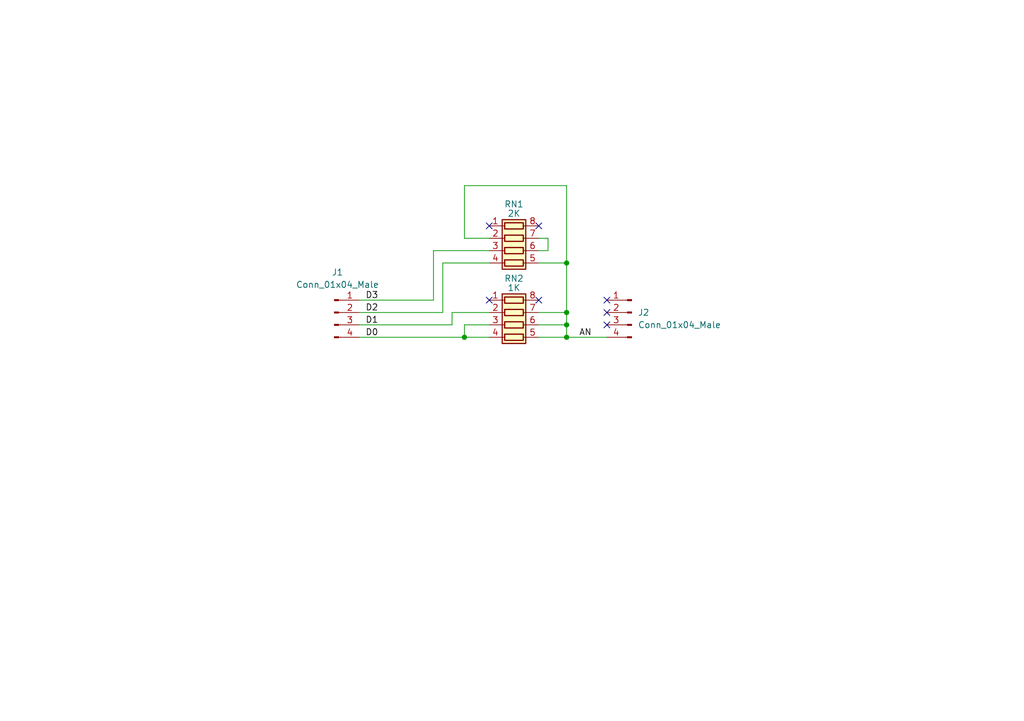
<source format=kicad_sch>
(kicad_sch (version 20211123) (generator eeschema)
  (paper "A5")
  (title_block (title "4-Bit Resistor DAC") (date "2022-11-12") (rev "1.0") (company "Will Schoenfeld"))
  (lib_symbols
    (symbol "Connector:Conn_01x04_Male" (pin_names (offset 1.016) hide)
      (property "Reference" "J" (at 0 5.08 0))
      (property "Value" "Conn_01x04_Male" (at 0 -7.62 0))
      (symbol "Conn_01x04_Male_1_1"
        (polyline (pts (xy 1.27 -5.08) (xy 0.8636 -5.08)) (stroke (width 0.1524)))
        (polyline (pts (xy 1.27 -2.54) (xy 0.8636 -2.54)) (stroke (width 0.1524)))
        (polyline (pts (xy 1.27 0) (xy 0.8636 0)) (stroke (width 0.1524)))
        (polyline (pts (xy 1.27 2.54) (xy 0.8636 2.54)) (stroke (width 0.1524)))
        (rectangle (start 0.8636 -4.953) (end 0 -5.207) (stroke (width 0.1524)) (fill (type outline)))
        (rectangle (start 0.8636 -2.413) (end 0 -2.667) (stroke (width 0.1524)) (fill (type outline)))
        (rectangle (start 0.8636 0.127) (end 0 -0.127) (stroke (width 0.1524)) (fill (type outline)))
        (rectangle (start 0.8636 2.667) (end 0 2.413) (stroke (width 0.1524)) (fill (type outline)))
        (pin passive line (at 5.08 2.54 180) (length 3.81) (name "Pin_1") (number "1"))
        (pin passive line (at 5.08 0 180) (length 3.81) (name "Pin_2") (number "2"))
        (pin passive line (at 5.08 -2.54 180) (length 3.81) (name "Pin_3") (number "3"))
        (pin passive line (at 5.08 -5.08 180) (length 3.81) (name "Pin_4") (number "4"))
      )
    )
    (symbol "Device:R_Pack04" (pin_names (offset 0) hide)
      (property "Reference" "RN" (at -7.62 0 90))
      (property "Value" "R_Pack04" (at 5.08 0 90))
      (symbol "R_Pack04_0_1"
        (rectangle (start -6.35 -2.413) (end 3.81 2.413) (stroke (width 0.254)) (fill (type background)))
        (rectangle (start -5.715 1.905) (end -4.445 -1.905) (stroke (width 0.254)))
        (rectangle (start -3.175 1.905) (end -1.905 -1.905) (stroke (width 0.254)))
        (rectangle (start -0.635 1.905) (end 0.635 -1.905) (stroke (width 0.254)))
        (polyline (pts (xy -5.08 -2.54) (xy -5.08 -1.905)))
        (polyline (pts (xy -5.08 1.905) (xy -5.08 2.54)))
        (polyline (pts (xy -2.54 -2.54) (xy -2.54 -1.905)))
        (polyline (pts (xy -2.54 1.905) (xy -2.54 2.54)))
        (polyline (pts (xy 0 -2.54) (xy 0 -1.905)))
        (polyline (pts (xy 0 1.905) (xy 0 2.54)))
        (polyline (pts (xy 2.54 -2.54) (xy 2.54 -1.905)))
        (polyline (pts (xy 2.54 1.905) (xy 2.54 2.54)))
        (rectangle (start 1.905 1.905) (end 3.175 -1.905) (stroke (width 0.254)))
      )
      (symbol "R_Pack04_1_1"
        (pin passive line (at -5.08 -5.08 90) (length 2.54) (name "R1.1") (number "1"))
        (pin passive line (at -2.54 -5.08 90) (length 2.54) (name "R2.1") (number "2"))
        (pin passive line (at 0 -5.08 90) (length 2.54) (name "R3.1") (number "3"))
        (pin passive line (at 2.54 -5.08 90) (length 2.54) (name "R4.1") (number "4"))
        (pin passive line (at 2.54 5.08 270) (length 2.54) (name "R4.2") (number "5"))
        (pin passive line (at 0 5.08 270) (length 2.54) (name "R3.2") (number "6"))
        (pin passive line (at -2.54 5.08 270) (length 2.54) (name "R2.2") (number "7"))
        (pin passive line (at -5.08 5.08 270) (length 2.54) (name "R1.2") (number "8"))
      )
    )
  )
  (junction (at 116.205 64.135))
  (junction (at 116.205 66.675))
  (junction (at 95.25 69.215))
  (junction (at 116.205 53.975))
  (junction (at 116.205 69.215))
  (no_connect (at 124.46 61.595))
  (no_connect (at 124.46 66.675))
  (no_connect (at 124.46 64.135))
  (no_connect (at 110.49 46.355))
  (no_connect (at 100.33 46.355))
  (no_connect (at 110.49 61.595))
  (no_connect (at 100.33 61.595))
  (wire (pts (xy 116.205 64.135) (xy 116.205 66.675)))
  (wire (pts (xy 73.66 61.595) (xy 88.9 61.595)))
  (wire (pts (xy 116.205 38.1) (xy 116.205 53.975)))
  (wire (pts (xy 88.9 51.435) (xy 100.33 51.435)))
  (wire (pts (xy 95.25 48.895) (xy 95.25 38.1)))
  (wire (pts (xy 100.33 53.975) (xy 90.805 53.975)))
  (wire (pts (xy 73.66 66.675) (xy 92.71 66.675)))
  (wire (pts (xy 95.25 66.675) (xy 95.25 69.215)))
  (wire (pts (xy 100.33 66.675) (xy 95.25 66.675)))
  (wire (pts (xy 110.49 69.215) (xy 116.205 69.215)))
  (wire (pts (xy 116.205 66.675) (xy 116.205 69.215)))
  (wire (pts (xy 73.66 69.215) (xy 95.25 69.215)))
  (wire (pts (xy 110.49 66.675) (xy 116.205 66.675)))
  (wire (pts (xy 88.9 61.595) (xy 88.9 51.435)))
  (wire (pts (xy 112.395 51.435) (xy 112.395 48.895)))
  (wire (pts (xy 110.49 64.135) (xy 116.205 64.135)))
  (wire (pts (xy 116.205 53.975) (xy 116.205 64.135)))
  (wire (pts (xy 95.25 38.1) (xy 116.205 38.1)))
  (wire (pts (xy 110.49 53.975) (xy 116.205 53.975)))
  (wire (pts (xy 95.25 69.215) (xy 100.33 69.215)))
  (wire (pts (xy 92.71 66.675) (xy 92.71 64.135)))
  (wire (pts (xy 90.805 53.975) (xy 90.805 64.135)))
  (wire (pts (xy 90.805 64.135) (xy 73.66 64.135)))
  (wire (pts (xy 110.49 51.435) (xy 112.395 51.435)))
  (wire (pts (xy 110.49 48.895) (xy 112.395 48.895)))
  (wire (pts (xy 92.71 64.135) (xy 100.33 64.135)))
  (wire (pts (xy 100.33 48.895) (xy 95.25 48.895)))
  (wire (pts (xy 116.205 69.215) (xy 124.46 69.215)))
  (label "D0" (at 74.93 69.215 0))
  (label "D1" (at 74.93 66.675 0))
  (label "AN" (at 118.745 69.215 0))
  (label "D3" (at 74.93 61.595 0))
  (label "D2" (at 74.93 64.135 0))
  (symbol (lib_id "Device:R_Pack04") (at 105.41 66.675 270) (unit 1)
    (property "Reference" "RN2" (at 105.41 57.15 90))
    (property "Value" "1K" (at 105.41 59.055 90))
    (property "Footprint" "Resistor_SMD:R_Array_Convex_4x0603" (effects hide))
  )
  (symbol (lib_id "Device:R_Pack04") (at 105.41 51.435 270) (unit 1)
    (property "Reference" "RN1" (at 105.41 41.91 90))
    (property "Value" "2K" (at 105.41 43.815 90))
    (property "Footprint" "Resistor_SMD:R_Array_Convex_4x0603" (effects hide))
  )
  (symbol (lib_id "Connector:Conn_01x04_Male") (at 129.54 64.135 0) (mirror y) (unit 1)
    (property "Reference" "J2" (at 130.81 64.1349 0) (effects (justify right)))
    (property "Value" "Conn_01x04_Male" (at 130.81 66.6749 0) (effects (justify right)))
    (property "Footprint" "Connector_PinHeader_2.54mm:PinHeader_1x04_P2.54mm_Vertical" (effects hide))
  )
  (symbol (lib_id "Connector:Conn_01x04_Male") (at 68.58 64.135 0) (unit 1)
    (property "Reference" "J1" (at 69.215 55.88 0))
    (property "Value" "Conn_01x04_Male" (at 69.215 58.42 0))
    (property "Footprint" "Connector_PinHeader_2.54mm:PinHeader_1x04_P2.54mm_Vertical" (effects hide))
  )
)
</source>
